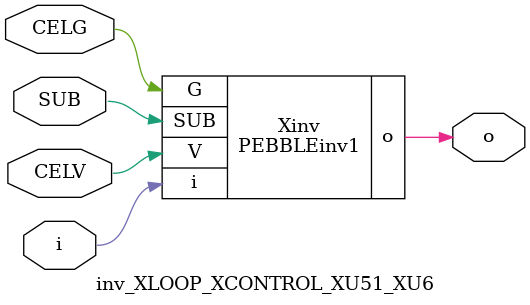
<source format=v>



module PEBBLEinv1 ( o, G, SUB, V, i );

  input V;
  input i;
  input G;
  output o;
  input SUB;
endmodule

//Celera Confidential Do Not Copy inv_XLOOP_XCONTROL_XU51_XU6
//Celera Confidential Symbol Generator
//5V Inverter
module inv_XLOOP_XCONTROL_XU51_XU6 (CELV,CELG,i,o,SUB);
input CELV;
input CELG;
input i;
input SUB;
output o;

//Celera Confidential Do Not Copy inv
PEBBLEinv1 Xinv(
.V (CELV),
.i (i),
.o (o),
.SUB (SUB),
.G (CELG)
);
//,diesize,PEBBLEinv1

//Celera Confidential Do Not Copy Module End
//Celera Schematic Generator
endmodule

</source>
